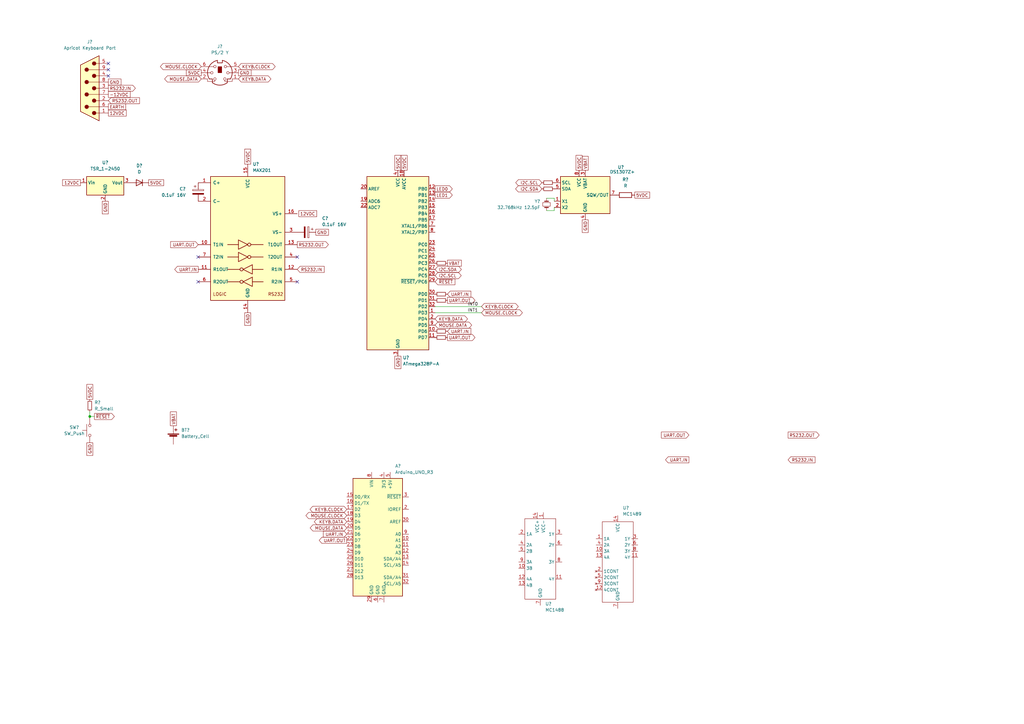
<source format=kicad_sch>
(kicad_sch (version 20211123) (generator eeschema)
  (paper "A3")
  (lib_symbols
    (symbol "Connector:DB9_Male" (pin_names (offset 1.016) hide)
      (property "Reference" "J" (at 0 13.97 0))
      (property "Value" "DB9_Male" (at 0 -14.605 0))
      (symbol "DB9_Male_0_1"
        (circle (center -1.778 -10.16) (radius 0.762) (fill (type outline)))
        (circle (center -1.778 -5.08) (radius 0.762) (fill (type outline)))
        (circle (center -1.778 0) (radius 0.762) (fill (type outline)))
        (circle (center -1.778 5.08) (radius 0.762) (fill (type outline)))
        (circle (center -1.778 10.16) (radius 0.762) (fill (type outline)))
        (polyline (pts (xy -3.81 -10.16) (xy -2.54 -10.16)))
        (polyline (pts (xy -3.81 -7.62) (xy 0.508 -7.62)))
        (polyline (pts (xy -3.81 -5.08) (xy -2.54 -5.08)))
        (polyline (pts (xy -3.81 -2.54) (xy 0.508 -2.54)))
        (polyline (pts (xy -3.81 0) (xy -2.54 0)))
        (polyline (pts (xy -3.81 2.54) (xy 0.508 2.54)))
        (polyline (pts (xy -3.81 5.08) (xy -2.54 5.08)))
        (polyline (pts (xy -3.81 7.62) (xy 0.508 7.62)))
        (polyline (pts (xy -3.81 10.16) (xy -2.54 10.16)))
        (polyline (pts (xy -3.81 -13.335) (xy -3.81 13.335) (xy 3.81 9.525) (xy 3.81 -9.525) (xy -3.81 -13.335)) (stroke (width 0.254)) (fill (type background)))
        (circle (center 1.27 -7.62) (radius 0.762) (fill (type outline)))
        (circle (center 1.27 -2.54) (radius 0.762) (fill (type outline)))
        (circle (center 1.27 2.54) (radius 0.762) (fill (type outline)))
        (circle (center 1.27 7.62) (radius 0.762) (fill (type outline)))
      )
      (symbol "DB9_Male_1_1"
        (pin passive line (at -7.62 -10.16 0) (length 3.81) (name "1") (number "1"))
        (pin passive line (at -7.62 -5.08 0) (length 3.81) (name "2") (number "2"))
        (pin passive line (at -7.62 0 0) (length 3.81) (name "3") (number "3"))
        (pin passive line (at -7.62 5.08 0) (length 3.81) (name "4") (number "4"))
        (pin passive line (at -7.62 10.16 0) (length 3.81) (name "5") (number "5"))
        (pin passive line (at -7.62 -7.62 0) (length 3.81) (name "6") (number "6"))
        (pin passive line (at -7.62 -2.54 0) (length 3.81) (name "7") (number "7"))
        (pin passive line (at -7.62 2.54 0) (length 3.81) (name "8") (number "8"))
        (pin passive line (at -7.62 7.62 0) (length 3.81) (name "9") (number "9"))
      )
    )
    (symbol "Connector:Mini-DIN-6" (pin_names (offset 1.016))
      (property "Reference" "J" (at 0 6.35 0))
      (property "Value" "Mini-DIN-6" (at 0 -6.35 0))
      (symbol "Mini-DIN-6_0_1"
        (circle (center -3.302 0) (radius 0.508))
        (arc (start -3.048 -4.064) (mid 0 -5.08) (end 3.048 -4.064) (stroke (width 0.254)))
        (circle (center -2.032 -2.54) (radius 0.508))
        (circle (center -2.032 2.54) (radius 0.508))
        (arc (start -1.016 5.08) (mid -4.6228 2.1214) (end -4.318 -2.54) (stroke (width 0.254)))
        (rectangle (start -0.762 2.54) (end 0.762 0) (fill (type outline)))
        (polyline (pts (xy -3.81 0) (xy -5.08 0)))
        (polyline (pts (xy -2.54 2.54) (xy -5.08 2.54)))
        (polyline (pts (xy 2.794 2.54) (xy 5.08 2.54)))
        (polyline (pts (xy 5.08 0) (xy 3.81 0)))
        (polyline (pts (xy -4.318 -2.54) (xy -3.048 -2.54) (xy -3.048 -4.064)) (stroke (width 0.254)))
        (polyline (pts (xy 4.318 -2.54) (xy 3.048 -2.54) (xy 3.048 -4.064)) (stroke (width 0.254)))
        (polyline (pts (xy -2.032 -3.048) (xy -2.032 -3.556) (xy -5.08 -3.556) (xy -5.08 -2.54)))
        (polyline (pts (xy -1.016 5.08) (xy -1.016 4.064) (xy 1.016 4.064) (xy 1.016 5.08)) (stroke (width 0.254)))
        (polyline (pts (xy 2.032 -3.048) (xy 2.032 -3.556) (xy 5.08 -3.556) (xy 5.08 -2.54)))
        (circle (center 2.032 -2.54) (radius 0.508))
        (circle (center 2.286 2.54) (radius 0.508))
        (circle (center 3.302 0) (radius 0.508))
        (arc (start 4.318 -2.54) (mid 4.6661 2.1322) (end 1.016 5.08) (stroke (width 0.254)))
      )
      (symbol "Mini-DIN-6_1_1"
        (pin passive line (at 7.62 -2.54 180) (length 2.54) (name "~") (number "1"))
        (pin passive line (at -7.62 -2.54 0) (length 2.54) (name "~") (number "2"))
        (pin passive line (at 7.62 0 180) (length 2.54) (name "~") (number "3"))
        (pin passive line (at -7.62 0 0) (length 2.54) (name "~") (number "4"))
        (pin passive line (at 7.62 2.54 180) (length 2.54) (name "~") (number "5"))
        (pin passive line (at -7.62 2.54 0) (length 2.54) (name "~") (number "6"))
      )
    )
    (symbol "Device:Battery_Cell" (pin_numbers hide) (pin_names (offset 0) hide)
      (property "Reference" "BT" (at 2.54 2.54 0))
      (property "Value" "Battery_Cell" (at 2.54 0 0))
      (symbol "Battery_Cell_0_1"
        (rectangle (start -2.286 1.778) (end 2.286 1.524) (fill (type outline)))
        (rectangle (start -1.5748 1.1938) (end 1.4732 0.6858) (fill (type outline)))
        (polyline (pts (xy 0 0.762) (xy 0 0)))
        (polyline (pts (xy 0 1.778) (xy 0 2.54)))
        (polyline (pts (xy 0.508 3.429) (xy 1.524 3.429)) (stroke (width 0.254)))
        (polyline (pts (xy 1.016 3.937) (xy 1.016 2.921)) (stroke (width 0.254)))
      )
      (symbol "Battery_Cell_1_1"
        (pin passive line (at 0 5.08 270) (length 2.54) (name "+") (number "1"))
        (pin passive line (at 0 -2.54 90) (length 2.54) (name "-") (number "2"))
      )
    )
    (symbol "Device:C_Polarized" (pin_numbers hide) (pin_names (offset 0.254))
      (property "Reference" "C" (at 0.635 2.54 0))
      (property "Value" "C_Polarized" (at 0.635 -2.54 0))
      (symbol "C_Polarized_0_1"
        (rectangle (start -2.286 0.508) (end 2.286 1.016))
        (polyline (pts (xy -1.778 2.286) (xy -0.762 2.286)))
        (polyline (pts (xy -1.27 2.794) (xy -1.27 1.778)))
        (rectangle (start 2.286 -0.508) (end -2.286 -1.016) (fill (type outline)))
      )
      (symbol "C_Polarized_1_1"
        (pin passive line (at 0 3.81 270) (length 2.794) (name "~") (number "1"))
        (pin passive line (at 0 -3.81 90) (length 2.794) (name "~") (number "2"))
      )
    )
    (symbol "Device:Crystal_Small" (pin_numbers hide) (pin_names (offset 1.016) hide)
      (property "Reference" "Y" (at 0 2.54 0))
      (property "Value" "Crystal_Small" (at 0 -2.54 0))
      (symbol "Crystal_Small_0_1"
        (rectangle (start -0.762 -1.524) (end 0.762 1.524))
        (polyline (pts (xy -1.27 -0.762) (xy -1.27 0.762)) (stroke (width 0.381)))
        (polyline (pts (xy 1.27 -0.762) (xy 1.27 0.762)) (stroke (width 0.381)))
      )
      (symbol "Crystal_Small_1_1"
        (pin passive line (at -2.54 0 0) (length 1.27) (name "1") (number "1"))
        (pin passive line (at 2.54 0 180) (length 1.27) (name "2") (number "2"))
      )
    )
    (symbol "Device:D" (pin_numbers hide) (pin_names (offset 1.016) hide)
      (property "Reference" "D" (at 0 2.54 0))
      (property "Value" "D" (at 0 -2.54 0))
      (symbol "D_0_1"
        (polyline (pts (xy -1.27 1.27) (xy -1.27 -1.27)) (stroke (width 0.254)))
        (polyline (pts (xy 1.27 0) (xy -1.27 0)))
        (polyline (pts (xy 1.27 1.27) (xy 1.27 -1.27) (xy -1.27 0) (xy 1.27 1.27)) (stroke (width 0.254)))
      )
      (symbol "D_1_1"
        (pin passive line (at -3.81 0 0) (length 2.54) (name "K") (number "1"))
        (pin passive line (at 3.81 0 180) (length 2.54) (name "A") (number "2"))
      )
    )
    (symbol "Device:R" (pin_numbers hide) (pin_names (offset 0))
      (property "Reference" "R" (at 2.032 0 90))
      (property "Value" "R" (at 0 0 90))
      (symbol "R_0_1"
        (rectangle (start -1.016 -2.54) (end 1.016 2.54) (stroke (width 0.254)))
      )
      (symbol "R_1_1"
        (pin passive line (at 0 3.81 270) (length 1.27) (name "~") (number "1"))
        (pin passive line (at 0 -3.81 90) (length 1.27) (name "~") (number "2"))
      )
    )
    (symbol "Device:R_Small" (pin_numbers hide) (pin_names (offset 0.254) hide)
      (property "Reference" "R" (at 0.762 0.508 0))
      (property "Value" "R_Small" (at 0.762 -1.016 0))
      (symbol "R_Small_0_1"
        (rectangle (start -0.762 1.778) (end 0.762 -1.778) (stroke (width 0.2032)))
      )
      (symbol "R_Small_1_1"
        (pin passive line (at 0 2.54 270) (length 0.762) (name "~") (number "1"))
        (pin passive line (at 0 -2.54 90) (length 0.762) (name "~") (number "2"))
      )
    )
    (symbol "MCU_Microchip_ATmega:ATmega328P-A"
      (property "Reference" "U" (at -12.7 36.83 0))
      (property "Value" "ATmega328P-A" (at 2.54 -36.83 0))
      (symbol "ATmega328P-A_0_1"
        (rectangle (start -12.7 -35.56) (end 12.7 35.56) (stroke (width 0.254)) (fill (type background)))
      )
      (symbol "ATmega328P-A_1_1"
        (pin bidirectional line (at 15.24 -20.32 180) (length 2.54) (name "PD3") (number "1"))
        (pin bidirectional line (at 15.24 -27.94 180) (length 2.54) (name "PD6") (number "10"))
        (pin bidirectional line (at 15.24 -30.48 180) (length 2.54) (name "PD7") (number "11"))
        (pin bidirectional line (at 15.24 30.48 180) (length 2.54) (name "PB0") (number "12"))
        (pin bidirectional line (at 15.24 27.94 180) (length 2.54) (name "PB1") (number "13"))
        (pin bidirectional line (at 15.24 25.4 180) (length 2.54) (name "PB2") (number "14"))
        (pin bidirectional line (at 15.24 22.86 180) (length 2.54) (name "PB3") (number "15"))
        (pin bidirectional line (at 15.24 20.32 180) (length 2.54) (name "PB4") (number "16"))
        (pin bidirectional line (at 15.24 17.78 180) (length 2.54) (name "PB5") (number "17"))
        (pin power_in line (at 2.54 38.1 270) (length 2.54) (name "AVCC") (number "18"))
        (pin input line (at -15.24 25.4 0) (length 2.54) (name "ADC6") (number "19"))
        (pin bidirectional line (at 15.24 -22.86 180) (length 2.54) (name "PD4") (number "2"))
        (pin passive line (at -15.24 30.48 0) (length 2.54) (name "AREF") (number "20"))
        (pin passive line (at 0 -38.1 90) (length 2.54) hide (name "GND") (number "21"))
        (pin input line (at -15.24 22.86 0) (length 2.54) (name "ADC7") (number "22"))
        (pin bidirectional line (at 15.24 7.62 180) (length 2.54) (name "PC0") (number "23"))
        (pin bidirectional line (at 15.24 5.08 180) (length 2.54) (name "PC1") (number "24"))
        (pin bidirectional line (at 15.24 2.54 180) (length 2.54) (name "PC2") (number "25"))
        (pin bidirectional line (at 15.24 0 180) (length 2.54) (name "PC3") (number "26"))
        (pin bidirectional line (at 15.24 -2.54 180) (length 2.54) (name "PC4") (number "27"))
        (pin bidirectional line (at 15.24 -5.08 180) (length 2.54) (name "PC5") (number "28"))
        (pin bidirectional line (at 15.24 -7.62 180) (length 2.54) (name "~{RESET}/PC6") (number "29"))
        (pin power_in line (at 0 -38.1 90) (length 2.54) (name "GND") (number "3"))
        (pin bidirectional line (at 15.24 -12.7 180) (length 2.54) (name "PD0") (number "30"))
        (pin bidirectional line (at 15.24 -15.24 180) (length 2.54) (name "PD1") (number "31"))
        (pin bidirectional line (at 15.24 -17.78 180) (length 2.54) (name "PD2") (number "32"))
        (pin power_in line (at 0 38.1 270) (length 2.54) (name "VCC") (number "4"))
        (pin passive line (at 0 -38.1 90) (length 2.54) hide (name "GND") (number "5"))
        (pin passive line (at 0 38.1 270) (length 2.54) hide (name "VCC") (number "6"))
        (pin bidirectional line (at 15.24 15.24 180) (length 2.54) (name "XTAL1/PB6") (number "7"))
        (pin bidirectional line (at 15.24 12.7 180) (length 2.54) (name "XTAL2/PB7") (number "8"))
        (pin bidirectional line (at 15.24 -25.4 180) (length 2.54) (name "PD5") (number "9"))
      )
    )
    (symbol "MCU_Module:Arduino_UNO_R3"
      (property "Reference" "A" (at -10.16 23.495 0))
      (property "Value" "Arduino_UNO_R3" (at 5.08 -26.67 0))
      (symbol "Arduino_UNO_R3_0_1"
        (rectangle (start -10.16 22.86) (end 10.16 -25.4) (stroke (width 0.254)) (fill (type background)))
      )
      (symbol "Arduino_UNO_R3_1_1"
        (pin no_connect line (at -10.16 -20.32 0) (length 2.54) hide (name "NC") (number "1"))
        (pin bidirectional line (at 12.7 -2.54 180) (length 2.54) (name "A1") (number "10"))
        (pin bidirectional line (at 12.7 -5.08 180) (length 2.54) (name "A2") (number "11"))
        (pin bidirectional line (at 12.7 -7.62 180) (length 2.54) (name "A3") (number "12"))
        (pin bidirectional line (at 12.7 -10.16 180) (length 2.54) (name "SDA/A4") (number "13"))
        (pin bidirectional line (at 12.7 -12.7 180) (length 2.54) (name "SCL/A5") (number "14"))
        (pin bidirectional line (at -12.7 15.24 0) (length 2.54) (name "D0/RX") (number "15"))
        (pin bidirectional line (at -12.7 12.7 0) (length 2.54) (name "D1/TX") (number "16"))
        (pin bidirectional line (at -12.7 10.16 0) (length 2.54) (name "D2") (number "17"))
        (pin bidirectional line (at -12.7 7.62 0) (length 2.54) (name "D3") (number "18"))
        (pin bidirectional line (at -12.7 5.08 0) (length 2.54) (name "D4") (number "19"))
        (pin output line (at 12.7 10.16 180) (length 2.54) (name "IOREF") (number "2"))
        (pin bidirectional line (at -12.7 2.54 0) (length 2.54) (name "D5") (number "20"))
        (pin bidirectional line (at -12.7 0 0) (length 2.54) (name "D6") (number "21"))
        (pin bidirectional line (at -12.7 -2.54 0) (length 2.54) (name "D7") (number "22"))
        (pin bidirectional line (at -12.7 -5.08 0) (length 2.54) (name "D8") (number "23"))
        (pin bidirectional line (at -12.7 -7.62 0) (length 2.54) (name "D9") (number "24"))
        (pin bidirectional line (at -12.7 -10.16 0) (length 2.54) (name "D10") (number "25"))
        (pin bidirectional line (at -12.7 -12.7 0) (length 2.54) (name "D11") (number "26"))
        (pin bidirectional line (at -12.7 -15.24 0) (length 2.54) (name "D12") (number "27"))
        (pin bidirectional line (at -12.7 -17.78 0) (length 2.54) (name "D13") (number "28"))
        (pin power_in line (at -2.54 -27.94 90) (length 2.54) (name "GND") (number "29"))
        (pin input line (at 12.7 15.24 180) (length 2.54) (name "~{RESET}") (number "3"))
        (pin input line (at 12.7 5.08 180) (length 2.54) (name "AREF") (number "30"))
        (pin bidirectional line (at 12.7 -17.78 180) (length 2.54) (name "SDA/A4") (number "31"))
        (pin bidirectional line (at 12.7 -20.32 180) (length 2.54) (name "SCL/A5") (number "32"))
        (pin power_out line (at 2.54 25.4 270) (length 2.54) (name "3V3") (number "4"))
        (pin power_out line (at 5.08 25.4 270) (length 2.54) (name "+5V") (number "5"))
        (pin power_in line (at 0 -27.94 90) (length 2.54) (name "GND") (number "6"))
        (pin power_in line (at 2.54 -27.94 90) (length 2.54) (name "GND") (number "7"))
        (pin power_in line (at -2.54 25.4 270) (length 2.54) (name "VIN") (number "8"))
        (pin bidirectional line (at 12.7 0 180) (length 2.54) (name "A0") (number "9"))
      )
    )
    (symbol "Regulator_Switching:TSR_1-2450"
      (property "Reference" "U" (at -7.62 6.35 0))
      (property "Value" "TSR_1-2450" (at -1.27 6.35 0))
      (symbol "TSR_1-2450_0_1"
        (rectangle (start -7.62 5.08) (end 7.62 -2.54) (stroke (width 0.254)) (fill (type background)))
      )
      (symbol "TSR_1-2450_1_1"
        (pin power_in line (at -10.16 2.54 0) (length 2.54) (name "Vin") (number "1"))
        (pin power_in line (at 0 -5.08 90) (length 2.54) (name "GND") (number "2"))
        (pin power_out line (at 10.16 2.54 180) (length 2.54) (name "Vout") (number "3"))
      )
    )
    (symbol "Switch:SW_Push" (pin_numbers hide) (pin_names (offset 1.016) hide)
      (property "Reference" "SW" (at 1.27 2.54 0))
      (property "Value" "SW_Push" (at 0 -1.524 0))
      (symbol "SW_Push_0_1"
        (circle (center -2.032 0) (radius 0.508))
        (polyline (pts (xy 0 1.27) (xy 0 3.048)))
        (polyline (pts (xy 2.54 1.27) (xy -2.54 1.27)))
        (circle (center 2.032 0) (radius 0.508))
        (pin passive line (at -5.08 0 0) (length 2.54) (name "1") (number "1"))
        (pin passive line (at 5.08 0 180) (length 2.54) (name "2") (number "2"))
      )
    )
    (symbol "Timer_RTC:DS1307Z+"
      (property "Reference" "U" (at -8.89 8.89 0))
      (property "Value" "DS1307Z+" (at 1.27 8.89 0))
      (symbol "DS1307Z+_0_1"
        (rectangle (start -10.16 7.62) (end 10.16 -7.62) (stroke (width 0.254)) (fill (type background)))
      )
      (symbol "DS1307Z+_1_1"
        (pin input line (at -12.7 -2.54 0) (length 2.54) (name "X1") (number "1"))
        (pin input line (at -12.7 -5.08 0) (length 2.54) (name "X2") (number "2"))
        (pin power_in line (at 0 10.16 270) (length 2.54) (name "VBAT") (number "3"))
        (pin power_in line (at 0 -10.16 90) (length 2.54) (name "GND") (number "4"))
        (pin bidirectional line (at -12.7 2.54 0) (length 2.54) (name "SDA") (number "5"))
        (pin input line (at -12.7 5.08 0) (length 2.54) (name "SCL") (number "6"))
        (pin open_collector line (at 12.7 0 180) (length 2.54) (name "SQW/OUT") (number "7"))
        (pin power_in line (at -2.54 10.16 270) (length 2.54) (name "VCC") (number "8"))
      )
    )
    (symbol "max201:MAX201" (pin_names (offset 1.016))
      (property "Reference" "U" (at -2.54 28.575 0))
      (property "Value" "MAX201" (at -2.54 26.67 0))
      (symbol "MAX201_0_0"
        (text "LOGIC" (at -11.43 -22.86 0) (effects (font (size 1.27 1.27))))
        (text "RS232" (at 11.43 -22.86 0) (effects (font (size 1.27 1.27))))
      )
      (symbol "MAX201_0_1"
        (rectangle (start -15.24 -25.4) (end 15.24 25.4) (stroke (width 0.254)) (fill (type background)))
        (circle (center -2.54 -17.78) (radius 0.635) (stroke (width 0.254)))
        (circle (center -2.54 -12.7) (radius 0.635) (stroke (width 0.254)))
        (polyline (pts (xy -3.81 -7.62) (xy -8.255 -7.62)) (stroke (width 0.254)))
        (polyline (pts (xy -3.81 -2.54) (xy -8.255 -2.54)) (stroke (width 0.254)))
        (polyline (pts (xy -3.175 -17.78) (xy -8.255 -17.78)) (stroke (width 0.254)))
        (polyline (pts (xy -3.175 -12.7) (xy -8.255 -12.7)) (stroke (width 0.254)))
        (polyline (pts (xy 1.27 -7.62) (xy 6.35 -7.62)) (stroke (width 0.254)))
        (polyline (pts (xy 1.27 -2.54) (xy 6.35 -2.54)) (stroke (width 0.254)))
        (polyline (pts (xy 1.905 -17.78) (xy 6.35 -17.78)) (stroke (width 0.254)))
        (polyline (pts (xy 1.905 -12.7) (xy 6.35 -12.7)) (stroke (width 0.254)))
        (polyline (pts (xy -3.81 -5.715) (xy -3.81 -9.525) (xy 0 -7.62) (xy -3.81 -5.715)) (stroke (width 0.254)))
        (polyline (pts (xy -3.81 -0.635) (xy -3.81 -4.445) (xy 0 -2.54) (xy -3.81 -0.635)) (stroke (width 0.254)))
        (polyline (pts (xy 1.905 -15.875) (xy 1.905 -19.685) (xy -1.905 -17.78) (xy 1.905 -15.875)) (stroke (width 0.254)))
        (polyline (pts (xy 1.905 -10.795) (xy 1.905 -14.605) (xy -1.905 -12.7) (xy 1.905 -10.795)) (stroke (width 0.254)))
        (circle (center 0.635 -7.62) (radius 0.635) (stroke (width 0.254)))
        (circle (center 0.635 -2.54) (radius 0.635) (stroke (width 0.254)))
      )
      (symbol "MAX201_1_1"
        (pin passive line (at -20.32 22.86 0) (length 5.08) (name "C+") (number "1"))
        (pin input line (at -20.32 -2.54 0) (length 5.08) (name "T1IN") (number "10"))
        (pin output line (at -20.32 -12.7 0) (length 5.08) (name "R1OUT") (number "11"))
        (pin input line (at 20.32 -12.7 180) (length 5.08) (name "R1IN") (number "12"))
        (pin output line (at 20.32 -2.54 180) (length 5.08) (name "T1OUT") (number "13"))
        (pin power_in line (at 0 -30.48 90) (length 5.08) (name "GND") (number "14"))
        (pin power_in line (at 0 30.48 270) (length 5.08) (name "VCC") (number "15"))
        (pin power_in line (at 20.32 10.16 180) (length 5.08) (name "VS+") (number "16"))
        (pin passive line (at -20.32 15.24 0) (length 5.08) (name "C-") (number "2"))
        (pin power_out line (at 20.32 2.54 180) (length 5.08) (name "VS-") (number "3"))
        (pin output line (at 20.32 -7.62 180) (length 5.08) (name "T2OUT") (number "4"))
        (pin input line (at 20.32 -17.78 180) (length 5.08) (name "R2IN") (number "5"))
        (pin output line (at -20.32 -17.78 0) (length 5.08) (name "R2OUT") (number "6"))
        (pin input line (at -20.32 -7.62 0) (length 5.08) (name "T2IN") (number "7"))
      )
    )
    (symbol "mc148x:MC1488"
      (property "Reference" "U" (at 5.08 5.08 0))
      (property "Value" "MC1488" (at 0 -15.875 90))
      (symbol "MC1488_0_0"
        (pin power_in line (at 1.27 3.81 270) (length 2.54) (name "VCC-") (number "1"))
        (pin input line (at -8.89 -19.05 0) (length 2.54) (name "3B") (number "10"))
        (pin output line (at 8.89 -23.495 180) (length 2.54) (name "4Y") (number "11"))
        (pin input line (at -8.89 -23.495 0) (length 2.54) (name "4A") (number "12"))
        (pin input line (at -8.89 -26.035 0) (length 2.54) (name "4B") (number "13"))
        (pin power_in line (at -1.27 3.81 270) (length 2.54) (name "VCC+") (number "14"))
        (pin input line (at -8.89 -5.08 0) (length 2.54) (name "1A") (number "2"))
        (pin output line (at 8.89 -5.08 180) (length 2.54) (name "1Y") (number "3"))
        (pin input line (at -8.89 -9.525 0) (length 2.54) (name "2A") (number "4"))
        (pin input line (at -8.89 -12.065 0) (length 2.54) (name "2B") (number "5"))
        (pin output line (at 8.89 -9.525 180) (length 2.54) (name "2Y") (number "6"))
        (pin power_in line (at 0 -34.29 90) (length 2.54) (name "GND") (number "7"))
        (pin output line (at 8.89 -16.51 180) (length 2.54) (name "3Y") (number "8"))
        (pin input line (at -8.89 -16.51 0) (length 2.54) (name "3A") (number "9"))
      )
      (symbol "MC1488_0_1"
        (rectangle (start -6.35 1.27) (end 6.35 -31.75))
      )
    )
    (symbol "mc148x:MC1489"
      (property "Reference" "U" (at 5.08 5.08 0))
      (property "Value" "MC1489" (at 0 -13.335 90))
      (symbol "MC1489_0_0"
        (pin input line (at -8.89 -5.715 0) (length 2.54) (name "1A") (number "1"))
        (pin input line (at -8.89 -10.795 0) (length 2.54) (name "3A") (number "10"))
        (pin output line (at 8.255 -13.335 180) (length 2.54) (name "4Y") (number "11"))
        (pin no_connect line (at -8.89 -26.67 0) (length 2.54) (name "4CONT") (number "12"))
        (pin input line (at -8.89 -13.335 0) (length 2.54) (name "4A") (number "13"))
        (pin power_in line (at 0 3.81 270) (length 2.54) (name "VCC") (number "14"))
        (pin no_connect line (at -8.89 -19.05 0) (length 2.54) (name "1CONT") (number "2"))
        (pin output line (at 8.255 -5.715 180) (length 2.54) (name "1Y") (number "3"))
        (pin input line (at -8.89 -8.255 0) (length 2.54) (name "2A") (number "4"))
        (pin no_connect line (at -8.89 -21.59 0) (length 2.54) (name "2CONT") (number "5"))
        (pin output line (at 8.255 -8.255 180) (length 2.54) (name "2Y") (number "6"))
        (pin power_in line (at 0 -34.29 90) (length 2.54) (name "GND") (number "7"))
        (pin output line (at 8.255 -10.795 180) (length 2.54) (name "3Y") (number "8"))
        (pin no_connect line (at -8.89 -24.13 0) (length 2.54) (name "3CONT") (number "9"))
      )
      (symbol "MC1489_0_1"
        (rectangle (start -6.35 1.27) (end 6.35 -31.75))
      )
    )
  )
  (junction (at 36.83 170.815))
  (no_connect (at 44.45 26.035))
  (no_connect (at 44.45 28.575))
  (no_connect (at 44.45 31.115))
  (no_connect (at 121.92 105.41))
  (no_connect (at 121.92 115.57))
  (no_connect (at 81.28 115.57))
  (no_connect (at 81.28 105.41))
  (wire (pts (xy 227.33 81.28) (xy 227.33 82.55)))
  (wire (pts (xy 36.83 168.91) (xy 36.83 170.815)))
  (wire (pts (xy 227.33 85.09) (xy 227.33 86.36)))
  (wire (pts (xy 36.83 170.815) (xy 36.83 171.45)))
  (wire (pts (xy 36.83 170.815) (xy 38.735 170.815)))
  (wire (pts (xy 178.435 128.27) (xy 197.485 128.27)))
  (wire (pts (xy 178.435 125.73) (xy 197.485 125.73)))
  (wire (pts (xy 224.155 81.28) (xy 227.33 81.28)))
  (wire (pts (xy 227.33 86.36) (xy 224.155 86.36)))
  (label "INT0" (at 191.77 125.73 0))
  (label "INT1" (at 191.77 128.27 0))
  (global_label "I2C.SCL" (shape bidirectional) (at 178.435 113.03 0) (property "Intersheet References" "${INTERSHEET_REFS}" (effects hide)))
  (global_label "12VDC" (shape passive) (at 44.45 46.355 0) (property "Intersheet References" "${INTERSHEET_REFS}" (effects hide)))
  (global_label "GND" (shape passive) (at 129.54 95.25 0) (property "Intersheet References" "${INTERSHEET_REFS}" (effects hide)))
  (global_label "~{RESET}" (shape output) (at 38.735 170.815 0) (property "Intersheet References" "${INTERSHEET_REFS}" (effects hide)))
  (global_label "UART.IN" (shape input) (at 183.515 135.89 0) (property "Intersheet References" "${INTERSHEET_REFS}" (effects hide)))
  (global_label "MOUSE.CLOCK" (shape bidirectional) (at 197.485 128.27 0) (property "Intersheet References" "${INTERSHEET_REFS}" (effects hide)))
  (global_label "VBAT" (shape passive) (at 183.515 107.95 0) (property "Intersheet References" "${INTERSHEET_REFS}" (effects hide)))
  (global_label "5VDC" (shape passive) (at 165.735 69.85 90) (property "Intersheet References" "${INTERSHEET_REFS}" (effects hide)))
  (global_label "MOUSE.DATA" (shape bidirectional) (at 82.55 32.385 180) (property "Intersheet References" "${INTERSHEET_REFS}" (effects hide)))
  (global_label "KEYB.CLOCK" (shape bidirectional) (at 197.485 125.73 0) (property "Intersheet References" "${INTERSHEET_REFS}" (effects hide)))
  (global_label "UART.IN" (shape input) (at 183.515 120.65 0) (property "Intersheet References" "${INTERSHEET_REFS}" (effects hide)))
  (global_label "5VDC" (shape passive) (at 101.6 67.31 90) (property "Intersheet References" "${INTERSHEET_REFS}" (effects hide)))
  (global_label "UART.IN" (shape input) (at 142.24 219.075 180) (property "Intersheet References" "${INTERSHEET_REFS}" (effects hide)))
  (global_label "MOUSE.CLOCK" (shape bidirectional) (at 142.24 211.455 180) (property "Intersheet References" "${INTERSHEET_REFS}" (effects hide)))
  (global_label "UART.IN" (shape output) (at 282.575 188.595 180) (property "Intersheet References" "${INTERSHEET_REFS}" (effects hide)))
  (global_label "UART.OUT" (shape input) (at 81.28 100.33 180) (property "Intersheet References" "${INTERSHEET_REFS}" (effects hide)))
  (global_label "-12VDC" (shape passive) (at 44.45 38.735 0) (property "Intersheet References" "${INTERSHEET_REFS}" (effects hide)))
  (global_label "UART.OUT" (shape input) (at 282.575 178.435 180) (property "Intersheet References" "${INTERSHEET_REFS}" (effects hide)))
  (global_label "GND" (shape passive) (at 240.03 90.17 270) (property "Intersheet References" "${INTERSHEET_REFS}" (effects hide)))
  (global_label "I2C.SDA" (shape bidirectional) (at 178.435 110.49 0) (property "Intersheet References" "${INTERSHEET_REFS}" (effects hide)))
  (global_label "GND" (shape passive) (at 101.6 128.27 270) (property "Intersheet References" "${INTERSHEET_REFS}" (effects hide)))
  (global_label "RS232.IN" (shape input) (at 121.92 110.49 0) (property "Intersheet References" "${INTERSHEET_REFS}" (effects hide)))
  (global_label "KEYB.CLOCK" (shape bidirectional) (at 142.24 208.915 180) (property "Intersheet References" "${INTERSHEET_REFS}" (effects hide)))
  (global_label "UART.IN" (shape output) (at 81.28 110.49 180) (property "Intersheet References" "${INTERSHEET_REFS}" (effects hide)))
  (global_label "RS232.IN" (shape output) (at 44.45 36.195 0) (property "Intersheet References" "${INTERSHEET_REFS}" (effects hide)))
  (global_label "5VDC" (shape passive) (at 36.83 163.83 90) (property "Intersheet References" "${INTERSHEET_REFS}" (effects hide)))
  (global_label "GND" (shape passive) (at 97.79 29.845 0) (property "Intersheet References" "${INTERSHEET_REFS}" (effects hide)))
  (global_label "MOUSE.DATA" (shape bidirectional) (at 142.24 216.535 180) (property "Intersheet References" "${INTERSHEET_REFS}" (effects hide)))
  (global_label "GND" (shape passive) (at 163.195 146.05 270) (property "Intersheet References" "${INTERSHEET_REFS}" (effects hide)))
  (global_label "GND" (shape passive) (at 36.83 181.61 270) (property "Intersheet References" "${INTERSHEET_REFS}" (effects hide)))
  (global_label "VBAT" (shape passive) (at 71.12 174.625 90) (property "Intersheet References" "${INTERSHEET_REFS}" (effects hide)))
  (global_label "KEYB.DATA" (shape bidirectional) (at 178.435 130.81 0) (property "Intersheet References" "${INTERSHEET_REFS}" (effects hide)))
  (global_label "~{RESET}" (shape input) (at 178.435 115.57 0) (property "Intersheet References" "${INTERSHEET_REFS}" (effects hide)))
  (global_label "VBAT" (shape passive) (at 240.03 69.85 90) (property "Intersheet References" "${INTERSHEET_REFS}" (effects hide)))
  (global_label "RS232.OUT" (shape input) (at 44.45 41.275 0) (property "Intersheet References" "${INTERSHEET_REFS}" (effects hide)))
  (global_label "5VDC" (shape passive) (at 60.96 74.93 0) (property "Intersheet References" "${INTERSHEET_REFS}" (effects hide)))
  (global_label "MOUSE.DATA" (shape bidirectional) (at 178.435 133.35 0) (property "Intersheet References" "${INTERSHEET_REFS}" (effects hide)))
  (global_label "5VDC" (shape passive) (at 260.35 80.01 0) (property "Intersheet References" "${INTERSHEET_REFS}" (effects hide)))
  (global_label "KEYB.DATA" (shape bidirectional) (at 97.79 32.385 0) (property "Intersheet References" "${INTERSHEET_REFS}" (effects hide)))
  (global_label "I2C.SDA" (shape bidirectional) (at 222.25 77.47 180) (property "Intersheet References" "${INTERSHEET_REFS}" (effects hide)))
  (global_label "RS232.OUT" (shape output) (at 323.215 178.435 0) (property "Intersheet References" "${INTERSHEET_REFS}" (effects hide)))
  (global_label "I2C.SCL" (shape bidirectional) (at 222.25 74.93 180) (property "Intersheet References" "${INTERSHEET_REFS}" (effects hide)))
  (global_label "UART.OUT" (shape output) (at 142.24 221.615 180) (property "Intersheet References" "${INTERSHEET_REFS}" (effects hide)))
  (global_label "LED1" (shape output) (at 178.435 80.01 0) (property "Intersheet References" "${INTERSHEET_REFS}" (effects hide)))
  (global_label "LED0" (shape output) (at 178.435 77.47 0) (property "Intersheet References" "${INTERSHEET_REFS}" (effects hide)))
  (global_label "RS232.IN" (shape input) (at 323.215 188.595 0) (property "Intersheet References" "${INTERSHEET_REFS}" (effects hide)))
  (global_label "GND" (shape passive) (at 43.18 82.55 270) (property "Intersheet References" "${INTERSHEET_REFS}" (effects hide)))
  (global_label "EARTH" (shape passive) (at 44.45 43.815 0) (property "Intersheet References" "${INTERSHEET_REFS}" (effects hide)))
  (global_label "KEYB.CLOCK" (shape bidirectional) (at 97.79 27.305 0) (property "Intersheet References" "${INTERSHEET_REFS}" (effects hide)))
  (global_label "RS232.OUT" (shape output) (at 121.92 100.33 0) (property "Intersheet References" "${INTERSHEET_REFS}" (effects hide)))
  (global_label "MOUSE.CLOCK" (shape bidirectional) (at 82.55 27.305 180) (property "Intersheet References" "${INTERSHEET_REFS}" (effects hide)))
  (global_label "GND" (shape passive) (at 44.45 33.655 0) (property "Intersheet References" "${INTERSHEET_REFS}" (effects hide)))
  (global_label "12VDC" (shape passive) (at 33.02 74.93 180) (property "Intersheet References" "${INTERSHEET_REFS}" (effects hide)))
  (global_label "5VDC" (shape passive) (at 163.195 69.85 90) (property "Intersheet References" "${INTERSHEET_REFS}" (effects hide)))
  (global_label "12VDC" (shape passive) (at 122.555 87.63 0) (property "Intersheet References" "${INTERSHEET_REFS}" (effects hide)))
  (global_label "KEYB.DATA" (shape bidirectional) (at 142.24 213.995 180) (property "Intersheet References" "${INTERSHEET_REFS}" (effects hide)))
  (global_label "5VDC" (shape passive) (at 237.49 69.85 90) (property "Intersheet References" "${INTERSHEET_REFS}" (effects hide)))
  (global_label "UART.OUT" (shape output) (at 183.515 123.19 0) (property "Intersheet References" "${INTERSHEET_REFS}" (effects hide)))
  (global_label "5VDC" (shape passive) (at 82.55 29.845 180) (property "Intersheet References" "${INTERSHEET_REFS}" (effects hide)))
  (global_label "UART.OUT" (shape output) (at 183.515 138.43 0) (property "Intersheet References" "${INTERSHEET_REFS}" (effects hide)))
  (symbol (lib_id "Device:R_Small") (at 180.975 138.43 90) (unit 1)
    (property "Reference" "R?" (effects hide))
    (property "Value" "TX" (effects hide))
    (property "Footprint" "Resistor_SMD:R_0603_1608Metric_Pad0.98x0.95mm_HandSolder" (effects hide))
  )
  (symbol (lib_id "Device:R_Small") (at 180.975 107.95 90) (unit 1)
    (property "Reference" "R?" (effects hide))
    (property "Value" "VBAT" (effects hide))
    (property "Footprint" "Resistor_SMD:R_0603_1608Metric_Pad0.98x0.95mm_HandSolder" (effects hide))
  )
  (symbol (lib_id "max201:MAX201") (at 101.6 97.79 0) (unit 1)
    (property "Reference" "U?" (at 103.6194 67.31 0) (effects (justify left)))
    (property "Value" "MAX201" (at 103.6194 69.85 0) (effects (justify left)))
    (property "Footprint" "Package_SO:SOIC-16W_5.3x10.2mm_P1.27mm" (effects hide))
    (property "Datasheet" "http://www.ti.com/lit/ds/symlink/max201.pdf" (effects hide))
  )
  (symbol (lib_id "Device:Battery_Cell") (at 71.12 179.705 0) (unit 1)
    (property "Reference" "BT?" (at 74.295 176.4029 0) (effects (justify left)))
    (property "Value" "Battery_Cell" (at 74.295 178.9429 0) (effects (justify left)))
  )
  (symbol (lib_id "Regulator_Switching:TSR_1-2450") (at 43.18 77.47 0) (unit 1)
    (property "Reference" "U?" (at 43.18 66.675 0))
    (property "Value" "TSR_1-2450" (at 43.18 69.215 0))
    (property "Footprint" "Converter_DCDC:Converter_DCDC_TRACO_TSR-1_THT" (effects hide))
    (property "Datasheet" "http://www.tracopower.com/products/tsr1.pdf" (effects hide))
  )
  (symbol (lib_id "MCU_Module:Arduino_UNO_R3") (at 154.94 219.075 0) (unit 1)
    (property "Reference" "A?" (at 162.0394 191.135 0) (effects (justify left)))
    (property "Value" "Arduino_UNO_R3" (at 162.0394 193.675 0) (effects (justify left)))
    (property "Footprint" "Module:Arduino_UNO_R3" (effects hide))
    (property "Datasheet" "https://www.arduino.cc/en/Main/arduinoBoardUno" (effects hide))
  )
  (symbol (lib_id "Device:R") (at 256.54 80.01 90) (unit 1)
    (property "Reference" "R?" (at 256.54 73.66 90))
    (property "Value" "R" (at 256.54 76.2 90))
  )
  (symbol (lib_id "Device:D") (at 57.15 74.93 180) (unit 1)
    (property "Reference" "D?" (at 57.15 67.945 0))
    (property "Value" "D" (at 57.15 70.485 0))
  )
  (symbol (lib_id "mc148x:MC1488") (at 221.615 213.995 0) (unit 1)
    (property "Reference" "U?" (at 223.6344 247.65 0) (effects (justify left)))
    (property "Value" "MC1488" (at 223.6344 250.19 0) (effects (justify left)))
    (property "Footprint" "Package_DIP:DIP-14_W7.62mm" (effects hide))
    (property "Datasheet" "https://www.ti.com/lit/ds/symlink/mc1488.pdf" (effects hide))
  )
  (symbol (lib_id "Device:Crystal_Small") (at 224.155 83.82 270) (unit 1)
    (property "Reference" "Y?" (at 221.615 82.55 90) (effects (justify right)))
    (property "Value" "32.768kHz 12.5pF" (at 221.615 85.09 90) (effects (justify right)))
  )
  (symbol (lib_id "Device:R_Small") (at 224.79 77.47 90) (unit 1)
    (property "Reference" "R?" (effects hide))
    (property "Value" "SDA" (effects hide))
    (property "Footprint" "Resistor_SMD:R_0603_1608Metric_Pad0.98x0.95mm_HandSolder" (effects hide))
  )
  (symbol (lib_id "Timer_RTC:DS1307Z+") (at 240.03 80.01 0) (unit 1)
    (property "Reference" "U?" (at 254.635 68.58 0))
    (property "Value" "DS1307Z+" (at 255.27 70.485 0))
    (property "Footprint" "Package_SO:SOIC-8_3.9x4.9mm_P1.27mm" (effects hide))
    (property "Datasheet" "https://datasheets.maximintegrated.com/en/ds/DS1307.pdf" (effects hide))
  )
  (symbol (lib_id "mc148x:MC1489") (at 253.365 215.265 0) (unit 1)
    (property "Reference" "U?" (at 255.3844 208.28 0) (effects (justify left)))
    (property "Value" "MC1489" (at 255.3844 210.82 0) (effects (justify left)))
    (property "Footprint" "Package_DIP:DIP-14_W7.62mm" (effects hide))
    (property "Datasheet" "https://www.ti.com/lit/ds/symlink/mc1489.pdf" (effects hide))
  )
  (symbol (lib_id "Device:C_Polarized") (at 125.73 95.25 270) (unit 1)
    (property "Reference" "C?" (at 132.08 89.535 90) (effects (justify left)))
    (property "Value" "0.1uF 16V" (at 132.08 92.075 90) (effects (justify left)))
  )
  (symbol (lib_id "Device:C_Polarized") (at 81.28 78.74 0) (unit 1)
    (property "Reference" "C?" (at 76.2 77.47 0) (effects (justify right)))
    (property "Value" "0.1uF 16V" (at 76.2 80.01 0) (effects (justify right)))
  )
  (symbol (lib_id "Device:R_Small") (at 180.975 120.65 90) (unit 1)
    (property "Reference" "R?" (effects hide))
    (property "Value" "RX" (effects hide))
    (property "Footprint" "Resistor_SMD:R_0603_1608Metric_Pad0.98x0.95mm_HandSolder" (effects hide))
  )
  (symbol (lib_id "Device:R_Small") (at 36.83 166.37 0) (unit 1)
    (property "Reference" "R?" (at 38.735 165.0999 0) (effects (justify left)))
    (property "Value" "R_Small" (at 38.735 167.6399 0) (effects (justify left)))
  )
  (symbol (lib_id "Device:R_Small") (at 180.975 135.89 90) (unit 1)
    (property "Reference" "R?" (effects hide))
    (property "Value" "RX" (effects hide))
    (property "Footprint" "Resistor_SMD:R_0603_1608Metric_Pad0.98x0.95mm_HandSolder" (effects hide))
  )
  (symbol (lib_id "Switch:SW_Push") (at 36.83 176.53 90) (unit 1)
    (property "Reference" "SW?" (at 30.48 175.26 90))
    (property "Value" "SW_Push" (at 30.48 177.8 90))
  )
  (symbol (lib_id "Connector:DB9_Male") (at 36.83 36.195 0) (mirror y) (unit 1)
    (property "Reference" "J?" (at 36.83 17.145 0))
    (property "Value" "Apricot Keyboard Port" (at 36.83 19.685 0))
    (property "Footprint" "Connector_IDC:IDC-Header_2x05_P2.54mm_Vertical" (effects hide))
    (property "Datasheet" " ~" (effects hide))
  )
  (symbol (lib_id "MCU_Microchip_ATmega:ATmega328P-A") (at 163.195 107.95 0) (unit 1)
    (property "Reference" "U?" (at 165.2144 146.685 0) (effects (justify left)))
    (property "Value" "ATmega328P-A" (at 165.2144 149.225 0) (effects (justify left)))
    (property "Footprint" "Package_QFP:TQFP-32_7x7mm_P0.8mm" (effects hide))
    (property "Datasheet" "http://ww1.microchip.com/downloads/en/DeviceDoc/ATmega328_P%20AVR%20MCU%20with%20picoPower%20Technology%20Data%20Sheet%2040001984A.pdf" (effects hide))
  )
  (symbol (lib_id "Device:R_Small") (at 224.79 74.93 90) (unit 1)
    (property "Reference" "R?" (effects hide))
    (property "Value" "SCL" (effects hide))
    (property "Footprint" "Resistor_SMD:R_0603_1608Metric_Pad0.98x0.95mm_HandSolder" (effects hide))
  )
  (symbol (lib_id "Connector:Mini-DIN-6") (at 90.17 29.845 0) (unit 1)
    (property "Reference" "J?" (at 90.1877 19.05 0))
    (property "Value" "PS/2 Y" (at 90.1877 21.59 0))
    (property "Datasheet" "http://service.powerdynamics.com/ec/Catalog17/Section%2011.pdf" (effects hide))
  )
  (symbol (lib_id "Device:R_Small") (at 180.975 123.19 90) (unit 1)
    (property "Reference" "R?" (effects hide))
    (property "Value" "TX" (effects hide))
    (property "Footprint" "Resistor_SMD:R_0603_1608Metric_Pad0.98x0.95mm_HandSolder" (effects hide))
  )
)
</source>
